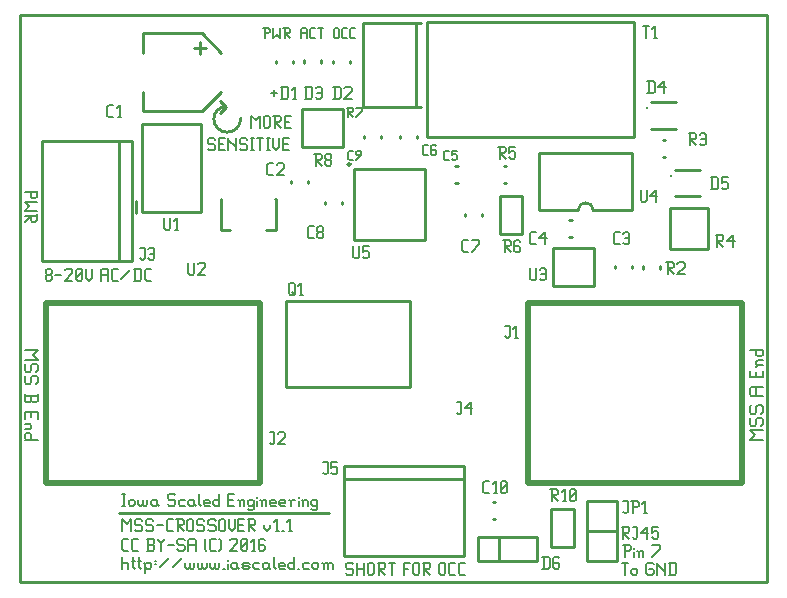
<source format=gbr>
G04 start of page 9 for group -4079 idx -4079 *
G04 Title: (unknown), topsilk *
G04 Creator: pcb 20140316 *
G04 CreationDate: Sat 17 Sep 2016 09:31:19 PM GMT UTC *
G04 For: ndholmes *
G04 Format: Gerber/RS-274X *
G04 PCB-Dimensions (mil): 2500.00 1900.00 *
G04 PCB-Coordinate-Origin: lower left *
%MOIN*%
%FSLAX25Y25*%
%LNTOPSILK*%
%ADD96C,0.0200*%
%ADD95C,0.0080*%
%ADD94C,0.0100*%
G54D94*X249500Y189500D02*X500D01*
Y500D01*
X69000Y159000D02*X67000Y161000D01*
X69000Y159000D02*X67000Y157000D01*
X500Y500D02*X249500D01*
Y189500D01*
X33500Y23500D02*X103500D01*
X74000Y155000D02*G75*G02X69500Y150500I-4500J0D01*G01*
G75*G02X65000Y155000I0J4500D01*G01*
G75*G02X69000Y159000I4000J0D01*G01*
G54D95*X94000Y184725D02*Y181750D01*
Y184725D02*X94425Y185150D01*
X95700D01*
X96125Y184725D01*
Y181750D01*
X94000Y183450D02*X96125D01*
X97570Y181750D02*X98845D01*
X97145Y182175D02*X97570Y181750D01*
X97145Y184725D02*Y182175D01*
Y184725D02*X97570Y185150D01*
X98845D01*
X99865D02*X101565D01*
X100715D02*Y181750D01*
X105000Y184725D02*Y182175D01*
Y184725D02*X105425Y185150D01*
X106275D01*
X106700Y184725D01*
Y182175D01*
X106275Y181750D02*X106700Y182175D01*
X105425Y181750D02*X106275D01*
X105000Y182175D02*X105425Y181750D01*
X108145D02*X109420D01*
X107720Y182175D02*X108145Y181750D01*
X107720Y184725D02*Y182175D01*
Y184725D02*X108145Y185150D01*
X109420D01*
X110865Y181750D02*X112140D01*
X110440Y182175D02*X110865Y181750D01*
X110440Y184725D02*Y182175D01*
Y184725D02*X110865Y185150D01*
X112140D01*
X81925D02*Y181750D01*
X81500Y185150D02*X83200D01*
X83625Y184725D01*
Y183875D01*
X83200Y183450D02*X83625Y183875D01*
X81925Y183450D02*X83200D01*
X84645Y185150D02*Y181750D01*
X85920Y183025D01*
X87195Y181750D01*
Y185150D02*Y181750D01*
X88215Y185150D02*X89915D01*
X90340Y184725D01*
Y183875D01*
X89915Y183450D02*X90340Y183875D01*
X88640Y183450D02*X89915D01*
X88640Y185150D02*Y181750D01*
Y183450D02*X90340Y181750D01*
X84000Y163500D02*X86000D01*
X85000Y164500D02*Y162500D01*
X77500Y156000D02*Y152000D01*
Y156000D02*X79000Y154500D01*
X80500Y156000D01*
Y152000D01*
X81700Y155500D02*Y152500D01*
Y155500D02*X82200Y156000D01*
X83200D01*
X83700Y155500D01*
Y152500D01*
X83200Y152000D02*X83700Y152500D01*
X82200Y152000D02*X83200D01*
X81700Y152500D02*X82200Y152000D01*
X84900Y156000D02*X86900D01*
X87400Y155500D01*
Y154500D01*
X86900Y154000D02*X87400Y154500D01*
X85400Y154000D02*X86900D01*
X85400Y156000D02*Y152000D01*
Y154000D02*X87400Y152000D01*
X88600Y154000D02*X90100D01*
X88600Y152000D02*X90600D01*
X88600Y156000D02*Y152000D01*
Y156000D02*X90600D01*
X65000Y148500D02*X65500Y148000D01*
X63500Y148500D02*X65000D01*
X63000Y148000D02*X63500Y148500D01*
X63000Y148000D02*Y147000D01*
X63500Y146500D01*
X65000D01*
X65500Y146000D01*
Y145000D01*
X65000Y144500D02*X65500Y145000D01*
X63500Y144500D02*X65000D01*
X63000Y145000D02*X63500Y144500D01*
X66700Y146500D02*X68200D01*
X66700Y144500D02*X68700D01*
X66700Y148500D02*Y144500D01*
Y148500D02*X68700D01*
X69900D02*Y144500D01*
Y148500D02*Y148000D01*
X72400Y145500D01*
Y148500D02*Y144500D01*
X75600Y148500D02*X76100Y148000D01*
X74100Y148500D02*X75600D01*
X73600Y148000D02*X74100Y148500D01*
X73600Y148000D02*Y147000D01*
X74100Y146500D01*
X75600D01*
X76100Y146000D01*
Y145000D01*
X75600Y144500D02*X76100Y145000D01*
X74100Y144500D02*X75600D01*
X73600Y145000D02*X74100Y144500D01*
X77300Y148500D02*X78300D01*
X77800D02*Y144500D01*
X77300D02*X78300D01*
X79500Y148500D02*X81500D01*
X80500D02*Y144500D01*
X82700Y148500D02*X83700D01*
X83200D02*Y144500D01*
X82700D02*X83700D01*
X84900Y148500D02*Y145500D01*
X85900Y144500D01*
X86900Y145500D01*
Y148500D02*Y145500D01*
X88100Y146500D02*X89600D01*
X88100Y144500D02*X90100D01*
X88100Y148500D02*Y144500D01*
Y148500D02*X90100D01*
X243600Y48000D02*X248000D01*
X243600D02*X245250Y49650D01*
X243600Y51300D01*
X248000D01*
X243600Y54820D02*X244150Y55370D01*
X243600Y54820D02*Y53170D01*
X244150Y52620D02*X243600Y53170D01*
X244150Y52620D02*X245250D01*
X245800Y53170D01*
Y54820D02*Y53170D01*
Y54820D02*X246350Y55370D01*
X247450D01*
X248000Y54820D02*X247450Y55370D01*
X248000Y54820D02*Y53170D01*
X247450Y52620D02*X248000Y53170D01*
X243600Y58890D02*X244150Y59440D01*
X243600Y58890D02*Y57240D01*
X244150Y56690D02*X243600Y57240D01*
X244150Y56690D02*X245250D01*
X245800Y57240D01*
Y58890D02*Y57240D01*
Y58890D02*X246350Y59440D01*
X247450D01*
X248000Y58890D02*X247450Y59440D01*
X248000Y58890D02*Y57240D01*
X247450Y56690D02*X248000Y57240D01*
X244150Y62740D02*X248000D01*
X244150D02*X243600Y63290D01*
Y64940D02*Y63290D01*
Y64940D02*X244150Y65490D01*
X248000D01*
X245800D02*Y62740D01*
Y70440D02*Y68790D01*
X248000Y70990D02*Y68790D01*
X243600D02*X248000D01*
X243600Y70990D02*Y68790D01*
X246350Y72860D02*X248000D01*
X246350D02*X245800Y73410D01*
Y73960D02*Y73410D01*
Y73960D02*X246350Y74510D01*
X248000D01*
X245800Y72310D02*X246350Y72860D01*
X243600Y78030D02*X248000D01*
Y77480D02*X247450Y78030D01*
X248000Y77480D02*Y76380D01*
X247450Y75830D02*X248000Y76380D01*
X246350Y75830D02*X247450D01*
X246350D02*X245800Y76380D01*
Y77480D02*Y76380D01*
Y77480D02*X246350Y78030D01*
X111000Y7000D02*X111500Y6500D01*
X109500Y7000D02*X111000D01*
X109000Y6500D02*X109500Y7000D01*
X109000Y6500D02*Y5500D01*
X109500Y5000D01*
X111000D01*
X111500Y4500D01*
Y3500D01*
X111000Y3000D02*X111500Y3500D01*
X109500Y3000D02*X111000D01*
X109000Y3500D02*X109500Y3000D01*
X112700Y7000D02*Y3000D01*
X115200Y7000D02*Y3000D01*
X112700Y5000D02*X115200D01*
X116400Y6500D02*Y3500D01*
Y6500D02*X116900Y7000D01*
X117900D01*
X118400Y6500D01*
Y3500D01*
X117900Y3000D02*X118400Y3500D01*
X116900Y3000D02*X117900D01*
X116400Y3500D02*X116900Y3000D01*
X119600Y7000D02*X121600D01*
X122100Y6500D01*
Y5500D01*
X121600Y5000D02*X122100Y5500D01*
X120100Y5000D02*X121600D01*
X120100Y7000D02*Y3000D01*
Y5000D02*X122100Y3000D01*
X123300Y7000D02*X125300D01*
X124300D02*Y3000D01*
X128300Y7000D02*Y3000D01*
Y7000D02*X130300D01*
X128300Y5000D02*X129800D01*
X131500Y6500D02*Y3500D01*
Y6500D02*X132000Y7000D01*
X133000D01*
X133500Y6500D01*
Y3500D01*
X133000Y3000D02*X133500Y3500D01*
X132000Y3000D02*X133000D01*
X131500Y3500D02*X132000Y3000D01*
X134700Y7000D02*X136700D01*
X137200Y6500D01*
Y5500D01*
X136700Y5000D02*X137200Y5500D01*
X135200Y5000D02*X136700D01*
X135200Y7000D02*Y3000D01*
Y5000D02*X137200Y3000D01*
X140200Y6500D02*Y3500D01*
Y6500D02*X140700Y7000D01*
X141700D01*
X142200Y6500D01*
Y3500D01*
X141700Y3000D02*X142200Y3500D01*
X140700Y3000D02*X141700D01*
X140200Y3500D02*X140700Y3000D01*
X143900D02*X145400D01*
X143400Y3500D02*X143900Y3000D01*
X143400Y6500D02*Y3500D01*
Y6500D02*X143900Y7000D01*
X145400D01*
X147100Y3000D02*X148600D01*
X146600Y3500D02*X147100Y3000D01*
X146600Y6500D02*Y3500D01*
Y6500D02*X147100Y7000D01*
X148600D01*
X202000Y13000D02*Y9000D01*
X201500Y13000D02*X203500D01*
X204000Y12500D01*
Y11500D01*
X203500Y11000D02*X204000Y11500D01*
X202000Y11000D02*X203500D01*
X205200Y12000D02*Y11500D01*
Y10500D02*Y9000D01*
X206700Y10500D02*Y9000D01*
Y10500D02*X207200Y11000D01*
X207700D01*
X208200Y10500D01*
Y9000D01*
X206200Y11000D02*X206700Y10500D01*
X211200Y9000D02*X213700Y11500D01*
Y13000D02*Y11500D01*
X211200Y13000D02*X213700D01*
X201000Y19000D02*X203000D01*
X203500Y18500D01*
Y17500D01*
X203000Y17000D02*X203500Y17500D01*
X201500Y17000D02*X203000D01*
X201500Y19000D02*Y15000D01*
Y17000D02*X203500Y15000D01*
X204700Y19000D02*X206200D01*
Y15500D01*
X205700Y15000D02*X206200Y15500D01*
X205200Y15000D02*X205700D01*
X204700Y15500D02*X205200Y15000D01*
X207400Y17000D02*X209400Y19000D01*
X207400Y17000D02*X209900D01*
X209400Y19000D02*Y15000D01*
X211100Y19000D02*X213100D01*
X211100D02*Y17000D01*
X211600Y17500D01*
X212600D01*
X213100Y17000D01*
Y15500D01*
X212600Y15000D02*X213100Y15500D01*
X211600Y15000D02*X212600D01*
X211100Y15500D02*X211600Y15000D01*
X201000Y7000D02*X203000D01*
X202000D02*Y3000D01*
X204200Y4500D02*Y3500D01*
Y4500D02*X204700Y5000D01*
X205700D01*
X206200Y4500D01*
Y3500D01*
X205700Y3000D02*X206200Y3500D01*
X204700Y3000D02*X205700D01*
X204200Y3500D02*X204700Y3000D01*
X211200Y7000D02*X211700Y6500D01*
X209700Y7000D02*X211200D01*
X209200Y6500D02*X209700Y7000D01*
X209200Y6500D02*Y3500D01*
X209700Y3000D01*
X211200D01*
X211700Y3500D01*
Y4500D02*Y3500D01*
X211200Y5000D02*X211700Y4500D01*
X210200Y5000D02*X211200D01*
X212900Y7000D02*Y3000D01*
Y7000D02*Y6500D01*
X215400Y4000D01*
Y7000D02*Y3000D01*
X217100Y7000D02*Y3000D01*
X218600Y7000D02*X219100Y6500D01*
Y3500D01*
X218600Y3000D02*X219100Y3500D01*
X216600Y3000D02*X218600D01*
X216600Y7000D02*X218600D01*
X34500Y9000D02*Y5000D01*
Y6500D02*X35000Y7000D01*
X36000D01*
X36500Y6500D01*
Y5000D01*
X38200Y9000D02*Y5500D01*
X38700Y5000D01*
X37700Y7500D02*X38700D01*
X40200Y9000D02*Y5500D01*
X40700Y5000D01*
X39700Y7500D02*X40700D01*
X42200Y6500D02*Y3500D01*
X41700Y7000D02*X42200Y6500D01*
X42700Y7000D01*
X43700D01*
X44200Y6500D01*
Y5500D01*
X43700Y5000D02*X44200Y5500D01*
X42700Y5000D02*X43700D01*
X42200Y5500D02*X42700Y5000D01*
X45400Y7500D02*X45900D01*
X45400Y6500D02*X45900D01*
X47100Y5500D02*X50100Y8500D01*
X51300Y5500D02*X54300Y8500D01*
X55500Y7000D02*Y5500D01*
X56000Y5000D01*
X56500D01*
X57000Y5500D01*
Y7000D02*Y5500D01*
X57500Y5000D01*
X58000D01*
X58500Y5500D01*
Y7000D02*Y5500D01*
X59700Y7000D02*Y5500D01*
X60200Y5000D01*
X60700D01*
X61200Y5500D01*
Y7000D02*Y5500D01*
X61700Y5000D01*
X62200D01*
X62700Y5500D01*
Y7000D02*Y5500D01*
X63900Y7000D02*Y5500D01*
X64400Y5000D01*
X64900D01*
X65400Y5500D01*
Y7000D02*Y5500D01*
X65900Y5000D01*
X66400D01*
X66900Y5500D01*
Y7000D02*Y5500D01*
X68100Y5000D02*X68600D01*
X69800Y8000D02*Y7500D01*
Y6500D02*Y5000D01*
X72300Y7000D02*X72800Y6500D01*
X71300Y7000D02*X72300D01*
X70800Y6500D02*X71300Y7000D01*
X70800Y6500D02*Y5500D01*
X71300Y5000D01*
X72800Y7000D02*Y5500D01*
X73300Y5000D01*
X71300D02*X72300D01*
X72800Y5500D01*
X75000Y5000D02*X76500D01*
X77000Y5500D01*
X76500Y6000D02*X77000Y5500D01*
X75000Y6000D02*X76500D01*
X74500Y6500D02*X75000Y6000D01*
X74500Y6500D02*X75000Y7000D01*
X76500D01*
X77000Y6500D01*
X74500Y5500D02*X75000Y5000D01*
X78700Y7000D02*X80200D01*
X78200Y6500D02*X78700Y7000D01*
X78200Y6500D02*Y5500D01*
X78700Y5000D01*
X80200D01*
X82900Y7000D02*X83400Y6500D01*
X81900Y7000D02*X82900D01*
X81400Y6500D02*X81900Y7000D01*
X81400Y6500D02*Y5500D01*
X81900Y5000D01*
X83400Y7000D02*Y5500D01*
X83900Y5000D01*
X81900D02*X82900D01*
X83400Y5500D01*
X85100Y9000D02*Y5500D01*
X85600Y5000D01*
X87100D02*X88600D01*
X86600Y5500D02*X87100Y5000D01*
X86600Y6500D02*Y5500D01*
Y6500D02*X87100Y7000D01*
X88100D01*
X88600Y6500D01*
X86600Y6000D02*X88600D01*
Y6500D02*Y6000D01*
X91800Y9000D02*Y5000D01*
X91300D02*X91800Y5500D01*
X90300Y5000D02*X91300D01*
X89800Y5500D02*X90300Y5000D01*
X89800Y6500D02*Y5500D01*
Y6500D02*X90300Y7000D01*
X91300D01*
X91800Y6500D01*
X93000Y5000D02*X93500D01*
X95200Y7000D02*X96700D01*
X94700Y6500D02*X95200Y7000D01*
X94700Y6500D02*Y5500D01*
X95200Y5000D01*
X96700D01*
X97900Y6500D02*Y5500D01*
Y6500D02*X98400Y7000D01*
X99400D01*
X99900Y6500D01*
Y5500D01*
X99400Y5000D02*X99900Y5500D01*
X98400Y5000D02*X99400D01*
X97900Y5500D02*X98400Y5000D01*
X101600Y6500D02*Y5000D01*
Y6500D02*X102100Y7000D01*
X102600D01*
X103100Y6500D01*
Y5000D01*
Y6500D02*X103600Y7000D01*
X104100D01*
X104600Y6500D01*
Y5000D01*
X101100Y7000D02*X101600Y6500D01*
X35000Y11000D02*X36500D01*
X34500Y11500D02*X35000Y11000D01*
X34500Y14500D02*Y11500D01*
Y14500D02*X35000Y15000D01*
X36500D01*
X38200Y11000D02*X39700D01*
X37700Y11500D02*X38200Y11000D01*
X37700Y14500D02*Y11500D01*
Y14500D02*X38200Y15000D01*
X39700D01*
X42700Y11000D02*X44700D01*
X45200Y11500D01*
Y12500D02*Y11500D01*
X44700Y13000D02*X45200Y12500D01*
X43200Y13000D02*X44700D01*
X43200Y15000D02*Y11000D01*
X42700Y15000D02*X44700D01*
X45200Y14500D01*
Y13500D01*
X44700Y13000D02*X45200Y13500D01*
X46400Y15000D02*Y14500D01*
X47400Y13500D01*
X48400Y14500D01*
Y15000D02*Y14500D01*
X47400Y13500D02*Y11000D01*
X49600Y13000D02*X51600D01*
X54800Y15000D02*X55300Y14500D01*
X53300Y15000D02*X54800D01*
X52800Y14500D02*X53300Y15000D01*
X52800Y14500D02*Y13500D01*
X53300Y13000D01*
X54800D01*
X55300Y12500D01*
Y11500D01*
X54800Y11000D02*X55300Y11500D01*
X53300Y11000D02*X54800D01*
X52800Y11500D02*X53300Y11000D01*
X56500Y14500D02*Y11000D01*
Y14500D02*X57000Y15000D01*
X58500D01*
X59000Y14500D01*
Y11000D01*
X56500Y13000D02*X59000D01*
X62000Y11500D02*X62500Y11000D01*
X62000Y14500D02*X62500Y15000D01*
X62000Y14500D02*Y11500D01*
X64200Y11000D02*X65700D01*
X63700Y11500D02*X64200Y11000D01*
X63700Y14500D02*Y11500D01*
Y14500D02*X64200Y15000D01*
X65700D01*
X66900D02*X67400Y14500D01*
Y11500D01*
X66900Y11000D02*X67400Y11500D01*
X70400Y14500D02*X70900Y15000D01*
X72400D01*
X72900Y14500D01*
Y13500D01*
X70400Y11000D02*X72900Y13500D01*
X70400Y11000D02*X72900D01*
X74100Y11500D02*X74600Y11000D01*
X74100Y14500D02*Y11500D01*
Y14500D02*X74600Y15000D01*
X75600D01*
X76100Y14500D01*
Y11500D01*
X75600Y11000D02*X76100Y11500D01*
X74600Y11000D02*X75600D01*
X74100Y12000D02*X76100Y14000D01*
X77800Y11000D02*X78800D01*
X78300Y15000D02*Y11000D01*
X77300Y14000D02*X78300Y15000D01*
X81500D02*X82000Y14500D01*
X80500Y15000D02*X81500D01*
X80000Y14500D02*X80500Y15000D01*
X80000Y14500D02*Y11500D01*
X80500Y11000D01*
X81500Y13000D02*X82000Y12500D01*
X80000Y13000D02*X81500D01*
X80500Y11000D02*X81500D01*
X82000Y11500D01*
Y12500D02*Y11500D01*
X2000Y78000D02*X6400D01*
X4750Y76350D01*
X6400Y74700D01*
X2000D02*X6400D01*
Y71180D02*X5850Y70630D01*
X6400Y72830D02*Y71180D01*
X5850Y73380D02*X6400Y72830D01*
X4750Y73380D02*X5850D01*
X4750D02*X4200Y72830D01*
Y71180D01*
X3650Y70630D01*
X2550D02*X3650D01*
X2000Y71180D02*X2550Y70630D01*
X2000Y72830D02*Y71180D01*
X2550Y73380D02*X2000Y72830D01*
X6400Y67110D02*X5850Y66560D01*
X6400Y68760D02*Y67110D01*
X5850Y69310D02*X6400Y68760D01*
X4750Y69310D02*X5850D01*
X4750D02*X4200Y68760D01*
Y67110D01*
X3650Y66560D01*
X2550D02*X3650D01*
X2000Y67110D02*X2550Y66560D01*
X2000Y68760D02*Y67110D01*
X2550Y69310D02*X2000Y68760D01*
Y63260D02*Y61060D01*
X2550Y60510D01*
X3650D01*
X4200Y61060D02*X3650Y60510D01*
X4200Y62710D02*Y61060D01*
X2000Y62710D02*X6400D01*
Y63260D02*Y61060D01*
X5850Y60510D01*
X4750D02*X5850D01*
X4200Y61060D02*X4750Y60510D01*
X4200Y57210D02*Y55560D01*
X2000Y57210D02*Y55010D01*
Y57210D02*X6400D01*
Y55010D01*
X2000Y53140D02*X3650D01*
X4200Y52590D01*
Y52040D01*
X3650Y51490D01*
X2000D02*X3650D01*
X4200Y53690D02*X3650Y53140D01*
X2000Y47970D02*X6400D01*
X2000Y48520D02*X2550Y47970D01*
X2000Y49620D02*Y48520D01*
X2550Y50170D02*X2000Y49620D01*
X2550Y50170D02*X3650D01*
X4200Y49620D01*
Y48520D01*
X3650Y47970D01*
X9000Y101500D02*X9500Y101000D01*
X9000Y102500D02*Y101500D01*
Y102500D02*X9500Y103000D01*
X10500D01*
X11000Y102500D01*
Y101500D01*
X10500Y101000D02*X11000Y101500D01*
X9500Y101000D02*X10500D01*
X9000Y103500D02*X9500Y103000D01*
X9000Y104500D02*Y103500D01*
Y104500D02*X9500Y105000D01*
X10500D01*
X11000Y104500D01*
Y103500D01*
X10500Y103000D02*X11000Y103500D01*
X12200Y103000D02*X14200D01*
X15400Y104500D02*X15900Y105000D01*
X17400D01*
X17900Y104500D01*
Y103500D01*
X15400Y101000D02*X17900Y103500D01*
X15400Y101000D02*X17900D01*
X19100Y101500D02*X19600Y101000D01*
X19100Y104500D02*Y101500D01*
Y104500D02*X19600Y105000D01*
X20600D01*
X21100Y104500D01*
Y101500D01*
X20600Y101000D02*X21100Y101500D01*
X19600Y101000D02*X20600D01*
X19100Y102000D02*X21100Y104000D01*
X22300Y105000D02*Y102000D01*
X23300Y101000D01*
X24300Y102000D01*
Y105000D02*Y102000D01*
X27300Y104500D02*Y101000D01*
Y104500D02*X27800Y105000D01*
X29300D01*
X29800Y104500D01*
Y101000D01*
X27300Y103000D02*X29800D01*
X31500Y101000D02*X33000D01*
X31000Y101500D02*X31500Y101000D01*
X31000Y104500D02*Y101500D01*
Y104500D02*X31500Y105000D01*
X33000D01*
X34200Y101500D02*X37200Y104500D01*
X38900Y105000D02*Y101000D01*
X40400Y105000D02*X40900Y104500D01*
Y101500D01*
X40400Y101000D02*X40900Y101500D01*
X38400Y101000D02*X40400D01*
X38400Y105000D02*X40400D01*
X42600Y101000D02*X44100D01*
X42100Y101500D02*X42600Y101000D01*
X42100Y104500D02*Y101500D01*
Y104500D02*X42600Y105000D01*
X44100D01*
X2000Y130500D02*X6000D01*
Y131000D02*Y129000D01*
X5500Y128500D01*
X4500D02*X5500D01*
X4000Y129000D02*X4500Y128500D01*
X4000Y130500D02*Y129000D01*
X2000Y127300D02*X6000D01*
X2000D02*X3500Y125800D01*
X2000Y124300D01*
X6000D01*
Y123100D02*Y121100D01*
X5500Y120600D01*
X4500D02*X5500D01*
X4000Y121100D02*X4500Y120600D01*
X4000Y122600D02*Y121100D01*
X2000Y122600D02*X6000D01*
X4000D02*X2000Y120600D01*
X34500Y30000D02*X35500D01*
X35000D02*Y26000D01*
X34500D02*X35500D01*
X36700Y27500D02*Y26500D01*
Y27500D02*X37200Y28000D01*
X38200D01*
X38700Y27500D01*
Y26500D01*
X38200Y26000D02*X38700Y26500D01*
X37200Y26000D02*X38200D01*
X36700Y26500D02*X37200Y26000D01*
X39900Y28000D02*Y26500D01*
X40400Y26000D01*
X40900D01*
X41400Y26500D01*
Y28000D02*Y26500D01*
X41900Y26000D01*
X42400D01*
X42900Y26500D01*
Y28000D02*Y26500D01*
X45600Y28000D02*X46100Y27500D01*
X44600Y28000D02*X45600D01*
X44100Y27500D02*X44600Y28000D01*
X44100Y27500D02*Y26500D01*
X44600Y26000D01*
X46100Y28000D02*Y26500D01*
X46600Y26000D01*
X44600D02*X45600D01*
X46100Y26500D01*
X51600Y30000D02*X52100Y29500D01*
X50100Y30000D02*X51600D01*
X49600Y29500D02*X50100Y30000D01*
X49600Y29500D02*Y28500D01*
X50100Y28000D01*
X51600D01*
X52100Y27500D01*
Y26500D01*
X51600Y26000D02*X52100Y26500D01*
X50100Y26000D02*X51600D01*
X49600Y26500D02*X50100Y26000D01*
X53800Y28000D02*X55300D01*
X53300Y27500D02*X53800Y28000D01*
X53300Y27500D02*Y26500D01*
X53800Y26000D01*
X55300D01*
X58000Y28000D02*X58500Y27500D01*
X57000Y28000D02*X58000D01*
X56500Y27500D02*X57000Y28000D01*
X56500Y27500D02*Y26500D01*
X57000Y26000D01*
X58500Y28000D02*Y26500D01*
X59000Y26000D01*
X57000D02*X58000D01*
X58500Y26500D01*
X60200Y30000D02*Y26500D01*
X60700Y26000D01*
X62200D02*X63700D01*
X61700Y26500D02*X62200Y26000D01*
X61700Y27500D02*Y26500D01*
Y27500D02*X62200Y28000D01*
X63200D01*
X63700Y27500D01*
X61700Y27000D02*X63700D01*
Y27500D02*Y27000D01*
X66900Y30000D02*Y26000D01*
X66400D02*X66900Y26500D01*
X65400Y26000D02*X66400D01*
X64900Y26500D02*X65400Y26000D01*
X64900Y27500D02*Y26500D01*
Y27500D02*X65400Y28000D01*
X66400D01*
X66900Y27500D01*
X69900Y28000D02*X71400D01*
X69900Y26000D02*X71900D01*
X69900Y30000D02*Y26000D01*
Y30000D02*X71900D01*
X73600Y27500D02*Y26000D01*
Y27500D02*X74100Y28000D01*
X74600D01*
X75100Y27500D01*
Y26000D01*
X73100Y28000D02*X73600Y27500D01*
X77800Y28000D02*X78300Y27500D01*
X76800Y28000D02*X77800D01*
X76300Y27500D02*X76800Y28000D01*
X76300Y27500D02*Y26500D01*
X76800Y26000D01*
X77800D01*
X78300Y26500D01*
X76300Y25000D02*X76800Y24500D01*
X77800D01*
X78300Y25000D01*
Y28000D02*Y25000D01*
X79500Y29000D02*Y28500D01*
Y27500D02*Y26000D01*
X81000Y27500D02*Y26000D01*
Y27500D02*X81500Y28000D01*
X82000D01*
X82500Y27500D01*
Y26000D01*
X80500Y28000D02*X81000Y27500D01*
X84200Y26000D02*X85700D01*
X83700Y26500D02*X84200Y26000D01*
X83700Y27500D02*Y26500D01*
Y27500D02*X84200Y28000D01*
X85200D01*
X85700Y27500D01*
X83700Y27000D02*X85700D01*
Y27500D02*Y27000D01*
X87400Y26000D02*X88900D01*
X86900Y26500D02*X87400Y26000D01*
X86900Y27500D02*Y26500D01*
Y27500D02*X87400Y28000D01*
X88400D01*
X88900Y27500D01*
X86900Y27000D02*X88900D01*
Y27500D02*Y27000D01*
X90600Y27500D02*Y26000D01*
Y27500D02*X91100Y28000D01*
X92100D01*
X90100D02*X90600Y27500D01*
X93300Y29000D02*Y28500D01*
Y27500D02*Y26000D01*
X94800Y27500D02*Y26000D01*
Y27500D02*X95300Y28000D01*
X95800D01*
X96300Y27500D01*
Y26000D01*
X94300Y28000D02*X94800Y27500D01*
X99000Y28000D02*X99500Y27500D01*
X98000Y28000D02*X99000D01*
X97500Y27500D02*X98000Y28000D01*
X97500Y27500D02*Y26500D01*
X98000Y26000D01*
X99000D01*
X99500Y26500D01*
X97500Y25000D02*X98000Y24500D01*
X99000D01*
X99500Y25000D01*
Y28000D02*Y25000D01*
X34500Y21500D02*Y17500D01*
Y21500D02*X36000Y20000D01*
X37500Y21500D01*
Y17500D01*
X40700Y21500D02*X41200Y21000D01*
X39200Y21500D02*X40700D01*
X38700Y21000D02*X39200Y21500D01*
X38700Y21000D02*Y20000D01*
X39200Y19500D01*
X40700D01*
X41200Y19000D01*
Y18000D01*
X40700Y17500D02*X41200Y18000D01*
X39200Y17500D02*X40700D01*
X38700Y18000D02*X39200Y17500D01*
X44400Y21500D02*X44900Y21000D01*
X42900Y21500D02*X44400D01*
X42400Y21000D02*X42900Y21500D01*
X42400Y21000D02*Y20000D01*
X42900Y19500D01*
X44400D01*
X44900Y19000D01*
Y18000D01*
X44400Y17500D02*X44900Y18000D01*
X42900Y17500D02*X44400D01*
X42400Y18000D02*X42900Y17500D01*
X46100Y19500D02*X48100D01*
X49800Y17500D02*X51300D01*
X49300Y18000D02*X49800Y17500D01*
X49300Y21000D02*Y18000D01*
Y21000D02*X49800Y21500D01*
X51300D01*
X52500D02*X54500D01*
X55000Y21000D01*
Y20000D01*
X54500Y19500D02*X55000Y20000D01*
X53000Y19500D02*X54500D01*
X53000Y21500D02*Y17500D01*
Y19500D02*X55000Y17500D01*
X56200Y21000D02*Y18000D01*
Y21000D02*X56700Y21500D01*
X57700D01*
X58200Y21000D01*
Y18000D01*
X57700Y17500D02*X58200Y18000D01*
X56700Y17500D02*X57700D01*
X56200Y18000D02*X56700Y17500D01*
X61400Y21500D02*X61900Y21000D01*
X59900Y21500D02*X61400D01*
X59400Y21000D02*X59900Y21500D01*
X59400Y21000D02*Y20000D01*
X59900Y19500D01*
X61400D01*
X61900Y19000D01*
Y18000D01*
X61400Y17500D02*X61900Y18000D01*
X59900Y17500D02*X61400D01*
X59400Y18000D02*X59900Y17500D01*
X65100Y21500D02*X65600Y21000D01*
X63600Y21500D02*X65100D01*
X63100Y21000D02*X63600Y21500D01*
X63100Y21000D02*Y20000D01*
X63600Y19500D01*
X65100D01*
X65600Y19000D01*
Y18000D01*
X65100Y17500D02*X65600Y18000D01*
X63600Y17500D02*X65100D01*
X63100Y18000D02*X63600Y17500D01*
X66800Y21000D02*Y18000D01*
Y21000D02*X67300Y21500D01*
X68300D01*
X68800Y21000D01*
Y18000D01*
X68300Y17500D02*X68800Y18000D01*
X67300Y17500D02*X68300D01*
X66800Y18000D02*X67300Y17500D01*
X70000Y21500D02*Y18500D01*
X71000Y17500D01*
X72000Y18500D01*
Y21500D02*Y18500D01*
X73200Y19500D02*X74700D01*
X73200Y17500D02*X75200D01*
X73200Y21500D02*Y17500D01*
Y21500D02*X75200D01*
X76400D02*X78400D01*
X78900Y21000D01*
Y20000D01*
X78400Y19500D02*X78900Y20000D01*
X76900Y19500D02*X78400D01*
X76900Y21500D02*Y17500D01*
Y19500D02*X78900Y17500D01*
X81900Y19500D02*Y18500D01*
X82900Y17500D01*
X83900Y18500D01*
Y19500D02*Y18500D01*
X85600Y17500D02*X86600D01*
X86100Y21500D02*Y17500D01*
X85100Y20500D02*X86100Y21500D01*
X87800Y17500D02*X88300D01*
X90000D02*X91000D01*
X90500Y21500D02*Y17500D01*
X89500Y20500D02*X90500Y21500D01*
G54D96*X9000Y33500D02*X80300D01*
X9000Y93500D02*X80300D01*
Y33500D01*
X9000Y93500D02*X8980Y33500D01*
G54D94*X89100Y94200D02*X130500D01*
X89100D02*Y65700D01*
X130500D01*
Y94200D02*Y65700D01*
X110255Y174393D02*Y173607D01*
X104745Y174393D02*Y173607D01*
X41508Y183492D02*Y176996D01*
Y164004D02*Y157508D01*
X60996D01*
X41508Y183492D02*X60996D01*
Y157508D02*X67492Y164004D01*
X60996Y183492D02*X67492Y176996D01*
X60500Y180500D02*Y176500D01*
X58500Y178500D02*X62500D01*
X107755Y127393D02*Y126607D01*
X102245Y127393D02*Y126607D01*
X85750Y128401D02*Y117771D01*
X67250Y128401D02*Y117771D01*
X82500D02*X85750D01*
X67250D02*X70500D01*
X85571Y128401D02*X85750D01*
X67250D02*X67429D01*
X7700Y147500D02*Y107500D01*
X37700Y147500D02*Y107500D01*
X33300Y147500D02*Y107500D01*
X7700Y147500D02*X37700D01*
X7700Y107500D02*X37700D01*
X108190Y158299D02*Y145701D01*
X94410D02*X108190D01*
X94410Y158299D02*Y145701D01*
Y158299D02*X108190D01*
X100755Y174436D02*Y173650D01*
X95245Y174436D02*Y173650D01*
X91255Y174393D02*Y173607D01*
X85745Y174393D02*Y173607D01*
X90745Y134350D02*Y133564D01*
X96255Y134350D02*Y133564D01*
X114900Y159050D02*X134100D01*
X114900Y186950D02*X134100D01*
X114900D02*Y159050D01*
X132500Y186950D02*Y159050D01*
X127245Y149393D02*Y148607D01*
X132755Y149393D02*Y148607D01*
X145564Y139255D02*X146350D01*
X145564Y133745D02*X146350D01*
X111689Y138311D02*X135311D01*
Y114689D01*
X111689D01*
Y138311D01*
X109689Y139811D02*G75*G03X109689Y139811I500J0D01*G01*
X60800Y153200D02*Y123800D01*
X41200Y153200D02*X60800D01*
X41200Y123800D02*X60800D01*
X41200Y153200D02*Y123800D01*
X39000Y127500D02*Y123500D01*
X218800Y137900D02*X227200D01*
X218800Y129100D02*X227200D01*
X217400Y136060D03*
X217201Y125390D02*X229799D01*
Y111610D01*
X217201D02*X229799D01*
X217201Y125390D02*Y111610D01*
X214607Y142245D02*X215393D01*
X214607Y147755D02*X215393D01*
X208245Y105850D02*Y105064D01*
X213755Y105850D02*Y105064D01*
X136000Y187250D02*X205000D01*
X136000Y148750D02*X205000D01*
X136000Y187250D02*Y148750D01*
X205000Y187250D02*Y148750D01*
X148745Y123393D02*Y122607D01*
X154255Y123393D02*Y122607D01*
X167741Y129299D02*Y116701D01*
X160259D02*X167741D01*
X160259Y129299D02*Y116701D01*
Y129299D02*X167741D01*
X210786Y160460D02*X219186D01*
X210786Y151660D02*X219186D01*
X209386Y158620D03*
X161607Y139255D02*X162393D01*
X161607Y133745D02*X162393D01*
X204500Y143500D02*Y124500D01*
X173500Y143500D02*X204500D01*
X173500D02*Y124500D01*
X191500D02*X204500D01*
X173500D02*X186500D01*
X191500D02*G75*G03X186500Y124500I-2500J0D01*G01*
X183564Y121255D02*X184350D01*
X183564Y115745D02*X184350D01*
X178000Y99200D02*X191900D01*
Y112000D02*Y99200D01*
X178000Y112000D02*X191900D01*
X178000D02*Y99200D01*
X204255Y105893D02*Y105107D01*
X198745Y105893D02*Y105107D01*
X158107Y21702D02*X158893D01*
X158107Y27212D02*X158893D01*
X184968Y24876D02*Y12278D01*
X177486D02*X184968D01*
X177486Y24876D02*Y12278D01*
Y24876D02*X184968D01*
X153200Y7500D02*X172900D01*
X153200Y15500D02*X172900D01*
X153200Y7500D02*Y15500D01*
X172900Y7500D02*Y15500D01*
X160000Y7500D02*Y15500D01*
X115245Y149393D02*Y148607D01*
X120755Y149393D02*Y148607D01*
X108500Y9200D02*X148500D01*
X108500Y39200D02*X148500D01*
X108500Y34800D02*X148500D01*
X108500Y39200D02*Y9200D01*
X148500Y39200D02*Y9200D01*
G54D96*X169700Y93500D02*X241000D01*
X169700Y33500D02*X241000D01*
X169700Y93500D02*Y33500D01*
X241000D02*X241020Y93500D01*
G54D94*X189500Y27500D02*Y7500D01*
X199500D01*
Y27500D01*
X189500D01*
Y17500D02*X199500D01*
Y27500D01*
G54D95*X95807Y165650D02*Y161650D01*
X97307Y165650D02*X97807Y165150D01*
Y162150D01*
X97307Y161650D02*X97807Y162150D01*
X95307Y161650D02*X97307D01*
X95307Y165650D02*X97307D01*
X99007Y165150D02*X99507Y165650D01*
X100507D01*
X101007Y165150D01*
Y162150D01*
X100507Y161650D02*X101007Y162150D01*
X99507Y161650D02*X100507D01*
X99007Y162150D02*X99507Y161650D01*
Y163650D02*X101007D01*
X87807Y165650D02*Y161650D01*
X89307Y165650D02*X89807Y165150D01*
Y162150D01*
X89307Y161650D02*X89807Y162150D01*
X87307Y161650D02*X89307D01*
X87307Y165650D02*X89307D01*
X91507Y161650D02*X92507D01*
X92007Y165650D02*Y161650D01*
X91007Y164650D02*X92007Y165650D01*
X109500Y158700D02*X111100D01*
X111500Y158300D01*
Y157500D01*
X111100Y157100D02*X111500Y157500D01*
X109900Y157100D02*X111100D01*
X109900Y158700D02*Y155500D01*
Y157100D02*X111500Y155500D01*
X112460D02*X114460Y157500D01*
Y158700D02*Y157500D01*
X112460Y158700D02*X114460D01*
X105307Y165650D02*Y161650D01*
X106807Y165650D02*X107307Y165150D01*
Y162150D01*
X106807Y161650D02*X107307Y162150D01*
X104807Y161650D02*X106807D01*
X104807Y165650D02*X106807D01*
X108507Y165150D02*X109007Y165650D01*
X110507D01*
X111007Y165150D01*
Y164150D01*
X108507Y161650D02*X111007Y164150D01*
X108507Y161650D02*X111007D01*
X48500Y122000D02*Y118500D01*
X49000Y118000D01*
X50000D01*
X50500Y118500D01*
Y122000D02*Y118500D01*
X52200Y118000D02*X53200D01*
X52700Y122000D02*Y118000D01*
X51700Y121000D02*X52700Y122000D01*
X29921Y155547D02*X31421D01*
X29421Y156047D02*X29921Y155547D01*
X29421Y159047D02*Y156047D01*
Y159047D02*X29921Y159547D01*
X31421D01*
X33121Y155547D02*X34121D01*
X33621Y159547D02*Y155547D01*
X32621Y158547D02*X33621Y159547D01*
X40500Y112000D02*X42000D01*
Y108500D01*
X41500Y108000D02*X42000Y108500D01*
X41000Y108000D02*X41500D01*
X40500Y108500D02*X41000Y108000D01*
X43200Y111500D02*X43700Y112000D01*
X44700D01*
X45200Y111500D01*
Y108500D01*
X44700Y108000D02*X45200Y108500D01*
X43700Y108000D02*X44700D01*
X43200Y108500D02*X43700Y108000D01*
Y110000D02*X45200D01*
X83657Y50500D02*X85157D01*
Y47000D01*
X84657Y46500D02*X85157Y47000D01*
X84157Y46500D02*X84657D01*
X83657Y47000D02*X84157Y46500D01*
X86357Y50000D02*X86857Y50500D01*
X88357D01*
X88857Y50000D01*
Y49000D01*
X86357Y46500D02*X88857Y49000D01*
X86357Y46500D02*X88857D01*
X146000Y60500D02*X147500D01*
Y57000D01*
X147000Y56500D02*X147500Y57000D01*
X146500Y56500D02*X147000D01*
X146000Y57000D02*X146500Y56500D01*
X148700Y58500D02*X150700Y60500D01*
X148700Y58500D02*X151200D01*
X150700Y60500D02*Y56500D01*
X101500Y40500D02*X103000D01*
Y37000D01*
X102500Y36500D02*X103000Y37000D01*
X102000Y36500D02*X102500D01*
X101500Y37000D02*X102000Y36500D01*
X104200Y40500D02*X106200D01*
X104200D02*Y38500D01*
X104700Y39000D01*
X105700D01*
X106200Y38500D01*
Y37000D01*
X105700Y36500D02*X106200Y37000D01*
X104700Y36500D02*X105700D01*
X104200Y37000D02*X104700Y36500D01*
X111500Y112500D02*Y109000D01*
X112000Y108500D01*
X113000D01*
X113500Y109000D01*
Y112500D02*Y109000D01*
X114700Y112500D02*X116700D01*
X114700D02*Y110500D01*
X115200Y111000D01*
X116200D01*
X116700Y110500D01*
Y109000D01*
X116200Y108500D02*X116700Y109000D01*
X115200Y108500D02*X116200D01*
X114700Y109000D02*X115200Y108500D01*
X83264Y136150D02*X84764D01*
X82764Y136650D02*X83264Y136150D01*
X82764Y139650D02*Y136650D01*
Y139650D02*X83264Y140150D01*
X84764D01*
X85964Y139650D02*X86464Y140150D01*
X87964D01*
X88464Y139650D01*
Y138650D01*
X85964Y136150D02*X88464Y138650D01*
X85964Y136150D02*X88464D01*
X96850Y115150D02*X98350D01*
X96350Y115650D02*X96850Y115150D01*
X96350Y118650D02*Y115650D01*
Y118650D02*X96850Y119150D01*
X98350D01*
X99550Y115650D02*X100050Y115150D01*
X99550Y116650D02*Y115650D01*
Y116650D02*X100050Y117150D01*
X101050D01*
X101550Y116650D01*
Y115650D01*
X101050Y115150D02*X101550Y115650D01*
X100050Y115150D02*X101050D01*
X99550Y117650D02*X100050Y117150D01*
X99550Y118650D02*Y117650D01*
Y118650D02*X100050Y119150D01*
X101050D01*
X101550Y118650D01*
Y117650D01*
X101050Y117150D02*X101550Y117650D01*
X90000Y99800D02*Y96800D01*
Y99800D02*X90500Y100300D01*
X91500D01*
X92000Y99800D01*
Y96800D01*
X91500Y96300D02*X92000Y96800D01*
X90500Y96300D02*X91500D01*
X90000Y96800D02*X90500Y96300D01*
X91000Y97300D02*X92000Y96300D01*
X93700D02*X94700D01*
X94200Y100300D02*Y96300D01*
X93200Y99300D02*X94200Y100300D01*
X110250Y141150D02*X111450D01*
X109850Y141550D02*X110250Y141150D01*
X109850Y143950D02*Y141550D01*
Y143950D02*X110250Y144350D01*
X111450D01*
X112410Y141150D02*X114010Y142750D01*
Y143950D02*Y142750D01*
X113610Y144350D02*X114010Y143950D01*
X112810Y144350D02*X113610D01*
X112410Y143950D02*X112810Y144350D01*
X112410Y143950D02*Y143150D01*
X112810Y142750D01*
X114010D01*
X98500Y143300D02*X100500D01*
X101000Y142800D01*
Y141800D01*
X100500Y141300D02*X101000Y141800D01*
X99000Y141300D02*X100500D01*
X99000Y143300D02*Y139300D01*
Y141300D02*X101000Y139300D01*
X102200Y139800D02*X102700Y139300D01*
X102200Y140800D02*Y139800D01*
Y140800D02*X102700Y141300D01*
X103700D01*
X104200Y140800D01*
Y139800D01*
X103700Y139300D02*X104200Y139800D01*
X102700Y139300D02*X103700D01*
X102200Y141800D02*X102700Y141300D01*
X102200Y142800D02*Y141800D01*
Y142800D02*X102700Y143300D01*
X103700D01*
X104200Y142800D01*
Y141800D01*
X103700Y141300D02*X104200Y141800D01*
X56510Y107000D02*Y103500D01*
X57010Y103000D01*
X58010D01*
X58510Y103500D01*
Y107000D02*Y103500D01*
X59710Y106500D02*X60210Y107000D01*
X61710D01*
X62210Y106500D01*
Y105500D01*
X59710Y103000D02*X62210Y105500D01*
X59710Y103000D02*X62210D01*
X159807Y145650D02*X161807D01*
X162307Y145150D01*
Y144150D01*
X161807Y143650D02*X162307Y144150D01*
X160307Y143650D02*X161807D01*
X160307Y145650D02*Y141650D01*
Y143650D02*X162307Y141650D01*
X163507Y145650D02*X165507D01*
X163507D02*Y143650D01*
X164007Y144150D01*
X165007D01*
X165507Y143650D01*
Y142150D01*
X165007Y141650D02*X165507Y142150D01*
X164007Y141650D02*X165007D01*
X163507Y142150D02*X164007Y141650D01*
X135189Y142900D02*X136464D01*
X134764Y143325D02*X135189Y142900D01*
X134764Y145875D02*Y143325D01*
Y145875D02*X135189Y146300D01*
X136464D01*
X138759D02*X139184Y145875D01*
X137909Y146300D02*X138759D01*
X137484Y145875D02*X137909Y146300D01*
X137484Y145875D02*Y143325D01*
X137909Y142900D01*
X138759Y144600D02*X139184Y144175D01*
X137484Y144600D02*X138759D01*
X137909Y142900D02*X138759D01*
X139184Y143325D01*
Y144175D02*Y143325D01*
X142207Y141150D02*X143407D01*
X141807Y141550D02*X142207Y141150D01*
X141807Y143950D02*Y141550D01*
Y143950D02*X142207Y144350D01*
X143407D01*
X144367D02*X145967D01*
X144367D02*Y142750D01*
X144767Y143150D01*
X145567D01*
X145967Y142750D01*
Y141550D01*
X145567Y141150D02*X145967Y141550D01*
X144767Y141150D02*X145567D01*
X144367Y141550D02*X144767Y141150D01*
X207406Y131082D02*Y127757D01*
X207881Y127282D01*
X208831D01*
X209306Y127757D01*
Y131082D02*Y127757D01*
X210446Y129182D02*X212346Y131082D01*
X210446Y129182D02*X212821D01*
X212346Y131082D02*Y127282D01*
X208000Y186000D02*X210000D01*
X209000D02*Y182000D01*
X211700D02*X212700D01*
X212200Y186000D02*Y182000D01*
X211200Y185000D02*X212200Y186000D01*
X210040Y167436D02*Y163436D01*
X211540Y167436D02*X212040Y166936D01*
Y163936D01*
X211540Y163436D02*X212040Y163936D01*
X209540Y163436D02*X211540D01*
X209540Y167436D02*X211540D01*
X213240Y165436D02*X215240Y167436D01*
X213240Y165436D02*X215740D01*
X215240Y167436D02*Y163436D01*
X170807Y113150D02*X172307D01*
X170307Y113650D02*X170807Y113150D01*
X170307Y116650D02*Y113650D01*
Y116650D02*X170807Y117150D01*
X172307D01*
X173507Y115150D02*X175507Y117150D01*
X173507Y115150D02*X176007D01*
X175507Y117150D02*Y113150D01*
X162157Y86000D02*X163657D01*
Y82500D01*
X163157Y82000D02*X163657Y82500D01*
X162657Y82000D02*X163157D01*
X162157Y82500D02*X162657Y82000D01*
X165357D02*X166357D01*
X165857Y86000D02*Y82000D01*
X164857Y85000D02*X165857Y86000D01*
X170500Y105200D02*Y101700D01*
X171000Y101200D01*
X172000D01*
X172500Y101700D01*
Y105200D02*Y101700D01*
X173700Y104700D02*X174200Y105200D01*
X175200D01*
X175700Y104700D01*
Y101700D01*
X175200Y101200D02*X175700Y101700D01*
X174200Y101200D02*X175200D01*
X173700Y101700D02*X174200Y101200D01*
Y103200D02*X175700D01*
X198807Y113193D02*X200307D01*
X198307Y113693D02*X198807Y113193D01*
X198307Y116693D02*Y113693D01*
Y116693D02*X198807Y117193D01*
X200307D01*
X201507Y116693D02*X202007Y117193D01*
X203007D01*
X203507Y116693D01*
Y113693D01*
X203007Y113193D02*X203507Y113693D01*
X202007Y113193D02*X203007D01*
X201507Y113693D02*X202007Y113193D01*
Y115193D02*X203507D01*
X148350Y110650D02*X149850D01*
X147850Y111150D02*X148350Y110650D01*
X147850Y114150D02*Y111150D01*
Y114150D02*X148350Y114650D01*
X149850D01*
X151050Y110650D02*X153550Y113150D01*
Y114650D02*Y113150D01*
X151050Y114650D02*X153550D01*
X161500Y114500D02*X163500D01*
X164000Y114000D01*
Y113000D01*
X163500Y112500D02*X164000Y113000D01*
X162000Y112500D02*X163500D01*
X162000Y114500D02*Y110500D01*
Y112500D02*X164000Y110500D01*
X166700Y114500D02*X167200Y114000D01*
X165700Y114500D02*X166700D01*
X165200Y114000D02*X165700Y114500D01*
X165200Y114000D02*Y111000D01*
X165700Y110500D01*
X166700Y112500D02*X167200Y112000D01*
X165200Y112500D02*X166700D01*
X165700Y110500D02*X166700D01*
X167200Y111000D01*
Y112000D02*Y111000D01*
X231100Y135450D02*Y131450D01*
X232600Y135450D02*X233100Y134950D01*
Y131950D01*
X232600Y131450D02*X233100Y131950D01*
X230600Y131450D02*X232600D01*
X230600Y135450D02*X232600D01*
X234300D02*X236300D01*
X234300D02*Y133450D01*
X234800Y133950D01*
X235800D01*
X236300Y133450D01*
Y131950D01*
X235800Y131450D02*X236300Y131950D01*
X234800Y131450D02*X235800D01*
X234300Y131950D02*X234800Y131450D01*
X223307Y150150D02*X225307D01*
X225807Y149650D01*
Y148650D01*
X225307Y148150D02*X225807Y148650D01*
X223807Y148150D02*X225307D01*
X223807Y150150D02*Y146150D01*
Y148150D02*X225807Y146150D01*
X227007Y149650D02*X227507Y150150D01*
X228507D01*
X229007Y149650D01*
Y146650D01*
X228507Y146150D02*X229007Y146650D01*
X227507Y146150D02*X228507D01*
X227007Y146650D02*X227507Y146150D01*
Y148150D02*X229007D01*
X232402Y116350D02*X234402D01*
X234902Y115850D01*
Y114850D01*
X234402Y114350D02*X234902Y114850D01*
X232902Y114350D02*X234402D01*
X232902Y116350D02*Y112350D01*
Y114350D02*X234902Y112350D01*
X236102Y114350D02*X238102Y116350D01*
X236102Y114350D02*X238602D01*
X238102Y116350D02*Y112350D01*
X215764Y107150D02*X217764D01*
X218264Y106650D01*
Y105650D01*
X217764Y105150D02*X218264Y105650D01*
X216264Y105150D02*X217764D01*
X216264Y107150D02*Y103150D01*
Y105150D02*X218264Y103150D01*
X219464Y106650D02*X219964Y107150D01*
X221464D01*
X221964Y106650D01*
Y105650D01*
X219464Y103150D02*X221964Y105650D01*
X219464Y103150D02*X221964D01*
X201500Y27500D02*X203000D01*
Y24000D01*
X202500Y23500D02*X203000Y24000D01*
X202000Y23500D02*X202500D01*
X201500Y24000D02*X202000Y23500D01*
X204700Y27500D02*Y23500D01*
X204200Y27500D02*X206200D01*
X206700Y27000D01*
Y26000D01*
X206200Y25500D02*X206700Y26000D01*
X204700Y25500D02*X206200D01*
X208400Y23500D02*X209400D01*
X208900Y27500D02*Y23500D01*
X207900Y26500D02*X208900Y27500D01*
X155307Y30193D02*X156807D01*
X154807Y30693D02*X155307Y30193D01*
X154807Y33693D02*Y30693D01*
Y33693D02*X155307Y34193D01*
X156807D01*
X158507Y30193D02*X159507D01*
X159007Y34193D02*Y30193D01*
X158007Y33193D02*X159007Y34193D01*
X160707Y30693D02*X161207Y30193D01*
X160707Y33693D02*Y30693D01*
Y33693D02*X161207Y34193D01*
X162207D01*
X162707Y33693D01*
Y30693D01*
X162207Y30193D02*X162707Y30693D01*
X161207Y30193D02*X162207D01*
X160707Y31193D02*X162707Y33193D01*
X177227Y31577D02*X179227D01*
X179727Y31077D01*
Y30077D01*
X179227Y29577D02*X179727Y30077D01*
X177727Y29577D02*X179227D01*
X177727Y31577D02*Y27577D01*
Y29577D02*X179727Y27577D01*
X181427D02*X182427D01*
X181927Y31577D02*Y27577D01*
X180927Y30577D02*X181927Y31577D01*
X183627Y28077D02*X184127Y27577D01*
X183627Y31077D02*Y28077D01*
Y31077D02*X184127Y31577D01*
X185127D01*
X185627Y31077D01*
Y28077D01*
X185127Y27577D02*X185627Y28077D01*
X184127Y27577D02*X185127D01*
X183627Y28577D02*X185627Y30577D01*
X175000Y9000D02*Y5000D01*
X176500Y9000D02*X177000Y8500D01*
Y5500D01*
X176500Y5000D02*X177000Y5500D01*
X174500Y5000D02*X176500D01*
X174500Y9000D02*X176500D01*
X179700D02*X180200Y8500D01*
X178700Y9000D02*X179700D01*
X178200Y8500D02*X178700Y9000D01*
X178200Y8500D02*Y5500D01*
X178700Y5000D01*
X179700Y7000D02*X180200Y6500D01*
X178200Y7000D02*X179700D01*
X178700Y5000D02*X179700D01*
X180200Y5500D01*
Y6500D02*Y5500D01*
M02*

</source>
